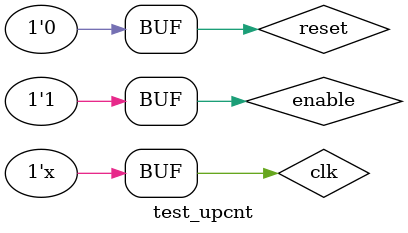
<source format=v>

module test_upcnt;

	reg clk, enable, reset;
	wire [3:0] count;
	upcnt u1(clk, enable, reset, count);
	//upcnt_structural u1(clk, enable, reset, count); //TEST UPCNT_STRUCTURAL, ignore this line

	initial begin
		clk = 1; enable = 0; reset = 1;
		#10 enable = 1; reset = 0; //Start the counter
		#120 reset = 1; //Let it run for 12 clock cycles then reset, should stop counting after 10
		#10 reset = 0;
		#40 enable = 0; 
		#30 enable = 1; //Hold enable for 3 clock cycles, then assert it again to resume the counter
		#30 reset = 1;
		#10 reset = 0;
	end

	always begin
      #5 clk = ~clk;
    end

endmodule
</source>
